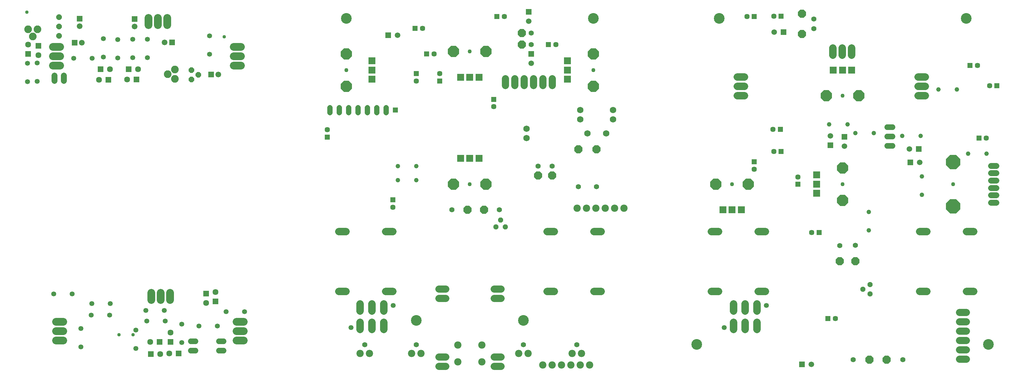
<source format=gbs>
%MOIN*%
%OFA0B0*%
%FSLAX34Y34*%
%IPPOS*%
%LPD*%
%AMOC8*
5,1,8,0,0,$1,22.5*%
%AMOC80*
5,1,8,0,0,$1,22.5*%
%AMOC81*
5,1,8,0,0,$1,22.5*%
%AMOC800*
5,1,8,0,0,$1,22.5*%
%ADD10C,0.053000000000000005*%
%ADD11C,0.063433070866141736*%
%ADD12R,0.063433070866141736X0.063433070866141736*%
%ADD13C,0.084999999999999992*%
%ADD14C,0.060000000000000005*%
%ADD15C,0.037779527559055122*%
%ADD26C,0.053000000000000005*%
%ADD27R,0.0611496062992126X0.0611496062992126*%
%ADD28C,0.0611496062992126*%
%ADD29C,0.082000000000000017*%
%ADD30P,0.064943385826771657X8X292.5*%
%ADD31C,0.063433070866141736*%
%ADD32R,0.063433070866141736X0.063433070866141736*%
%ADD33P,0.064943385826771657X8X112.5*%
%ADD34C,0.084999999999999992*%
%ADD35C,0.064*%
%ADD36C,0.037779527559055122*%
%ADD47R,0.057149606299212605X0.057149606299212605*%
%ADD48C,0.057149606299212605*%
%ADD49C,0.069*%
%ADD50C,0.049*%
%ADD51C,0.059433070866141739*%
%ADD52R,0.059433070866141739X0.059433070866141739*%
%ADD53C,0.078000000000000014*%
%ADD54R,0.078000000000000014X0.078000000000000014*%
%ADD55P,0.13217090551181102X8X22.5*%
%ADD56C,0.043370078740157476*%
%ADD57R,0.056000000000000008X0.056000000000000008*%
%ADD58C,0.056000000000000008*%
%ADD59P,0.13217090551181102X8X112.5*%
%ADD60P,0.13217090551181102X8X202.5*%
%ADD61P,0.13217090551181102X8X292.5*%
%ADD62C,0.080771653543307093*%
%ADD63P,0.096332716535433086X8X22.5*%
%ADD64C,0.05321259842519685*%
%ADD65C,0.078000000000000014*%
%ADD66C,0.11423622047244096*%
%ADD67P,0.060613858267716543X8X22.5*%
%ADD68C,0.055181102362204727*%
%ADD69P,0.096332716535433086X8X202.5*%
%ADD80C,0.049*%
%ADD81R,0.057149606299212605X0.057149606299212605*%
%ADD82C,0.057149606299212605*%
%ADD83C,0.059433070866141739*%
%ADD84R,0.059433070866141739X0.059433070866141739*%
%ADD85C,0.080771653543307093*%
%ADD86P,0.096332716535433086X8X112.5*%
%ADD87R,0.078000000000000014X0.078000000000000014*%
%ADD88P,0.13217090551181102X8X292.5*%
%ADD89C,0.043370078740157476*%
%ADD90P,0.096332716535433086X8X22.5*%
%ADD91P,0.096332716535433086X8X202.5*%
%ADD92C,0.063370078740157487*%
%ADD93P,0.16668807086614174X8X292.5*%
%ADD94C,0.078000000000000014*%
%ADD95C,0.05321259842519685*%
%ADD96C,0.11423622047244096*%
%ADD97P,0.060613858267716543X8X112.5*%
%ADD98C,0.055181102362204727*%
%ADD99P,0.13217090551181102X8X202.5*%
%ADD100C,0.081*%
%ADD101P,0.13217090551181102X8X112.5*%
%ADD102C,0.060000000000000005*%
%LPD*%
G75*
G01*
D10*
X-0005118Y0016141D02*
X0015596Y0025114D03*
X0017565Y0025114D03*
X0014431Y0024165D03*
X0014431Y0022195D03*
X0011707Y0027000D03*
X0009738Y0027000D03*
X0007651Y0028007D03*
X0005683Y0028007D03*
X0017455Y0026243D03*
X0015486Y0026243D03*
X0011636Y0025740D03*
X0009667Y0025740D03*
X0008577Y0024322D03*
X0008577Y0022354D03*
D11*
X0017045Y0021578D03*
D12*
X0016045Y0021578D03*
D11*
X0015978Y0022897D03*
D12*
X0016978Y0022897D03*
D11*
X0018144Y0023903D03*
D12*
X0018144Y0022902D03*
D11*
X0017994Y0021665D03*
D12*
X0018994Y0021665D03*
D11*
X0022939Y0028220D03*
D12*
X0022939Y0027219D03*
D11*
X0021931Y0027063D03*
D12*
X0021931Y0028062D03*
D13*
X0025177Y0025044D02*
X0025947Y0025044D01*
X0025947Y0024044D02*
X0025177Y0024044D01*
X0025177Y0023043D02*
X0025947Y0023043D01*
X0006655Y0025044D02*
X0005886Y0025044D01*
X0005886Y0024044D02*
X0006655Y0024044D01*
X0006655Y0023043D02*
X0005886Y0023043D01*
X0016082Y0027372D02*
X0016082Y0028142D01*
X0017082Y0028142D02*
X0017082Y0027372D01*
X0018082Y0027372D02*
X0018082Y0028142D01*
D10*
X0021183Y0024603D03*
X0023151Y0024603D03*
D14*
X0023295Y0021953D02*
X0023815Y0021953D01*
X0023815Y0022953D02*
X0023295Y0022953D01*
X0020815Y0022953D02*
X0020295Y0022953D01*
X0020295Y0021953D02*
X0020815Y0021953D01*
D10*
X0019334Y0024799D03*
X0019334Y0022830D03*
X0024063Y0026134D03*
X0026031Y0026134D03*
D15*
X0012641Y0023661D03*
X0014141Y0023661D03*
G75*
G01*
D26*
X0001968Y0050000D02*
X0022314Y0053644D03*
X0022314Y0055612D03*
D27*
X0018296Y0054922D03*
D28*
X0017509Y0054922D03*
D29*
X0018593Y0051018D03*
X0017843Y0051518D03*
X0018593Y0052018D03*
D30*
X0020358Y0050961D03*
X0021107Y0051462D03*
X0020358Y0051962D03*
D27*
X0022464Y0051481D03*
D28*
X0023252Y0051481D03*
D26*
X0015665Y0053282D03*
X0015665Y0055250D03*
X0012517Y0055231D03*
X0012517Y0053263D03*
D31*
X0010511Y0050922D03*
D32*
X0011511Y0050922D03*
D31*
X0011660Y0052047D03*
D32*
X0010660Y0052047D03*
D27*
X0014299Y0057417D03*
D28*
X0014299Y0056630D03*
D33*
X0006225Y0057629D03*
X0006225Y0056628D03*
X0006225Y0055628D03*
D29*
X0003947Y0056308D03*
X0003447Y0055559D03*
X0002948Y0056308D03*
D27*
X0007892Y0054886D03*
D28*
X0008680Y0054886D03*
D31*
X0004029Y0053561D03*
D32*
X0004029Y0054561D03*
D31*
X0002943Y0054700D03*
D32*
X0002943Y0053700D03*
D26*
X0002867Y0050735D03*
X0002867Y0052703D03*
D27*
X0008424Y0057446D03*
D28*
X0008424Y0056658D03*
D26*
X0010968Y0055326D03*
X0010968Y0053358D03*
X0009782Y0053228D03*
X0007813Y0053228D03*
X0014097Y0053301D03*
X0014097Y0055269D03*
D31*
X0013511Y0050968D03*
D32*
X0014511Y0050968D03*
D31*
X0014668Y0052046D03*
D32*
X0013667Y0052046D03*
D34*
X0024853Y0054446D02*
X0025623Y0054446D01*
X0025623Y0053446D02*
X0024853Y0053446D01*
X0024853Y0052446D02*
X0025623Y0052446D01*
X0006331Y0054446D02*
X0005561Y0054446D01*
X0005561Y0053446D02*
X0006331Y0053446D01*
X0006331Y0052446D02*
X0005561Y0052446D01*
X0015756Y0056773D02*
X0015756Y0057544D01*
X0016757Y0057544D02*
X0016757Y0056773D01*
X0017757Y0056773D02*
X0017757Y0057544D01*
D26*
X0003891Y0050747D03*
X0003891Y0052714D03*
D35*
X0005737Y0051373D02*
X0005737Y0050813D01*
X0006737Y0050813D02*
X0006737Y0051373D01*
D36*
X0002788Y0058140D03*
X0023861Y0055519D03*
G04 next file*
%LPD*%
G75*
G01*
D47*
X0032677Y0019685D02*
X0034877Y0044791D03*
D48*
X0034877Y0045578D03*
D47*
X0046877Y0050791D03*
D48*
X0046877Y0051578D03*
D47*
X0044377Y0051578D03*
D48*
X0044377Y0050791D03*
D49*
X0056127Y0044685D03*
X0056127Y0045685D03*
D47*
X0045484Y0053684D03*
D48*
X0046271Y0053684D03*
D50*
X0044362Y0040185D03*
X0042393Y0040185D03*
D47*
X0044234Y0056435D03*
D48*
X0045021Y0056435D03*
D51*
X0042377Y0055685D03*
D52*
X0041377Y0055685D03*
D53*
X0053877Y0051055D02*
X0053877Y0050315D01*
X0054876Y0050315D02*
X0054876Y0051055D01*
X0055876Y0051055D02*
X0055876Y0050315D01*
X0056877Y0050315D02*
X0056877Y0051055D01*
X0057877Y0051055D02*
X0057877Y0050315D01*
X0058877Y0050315D02*
X0058877Y0051055D01*
D54*
X0039645Y0052951D03*
X0039645Y0051968D03*
X0039645Y0050984D03*
D55*
X0036888Y0053700D03*
X0036888Y0050236D03*
D56*
X0036888Y0051968D03*
D57*
X0042127Y0047685D03*
D58*
X0041127Y0047945D02*
X0041127Y0047425D01*
X0040127Y0047425D02*
X0040127Y0047945D01*
X0039126Y0047945D02*
X0039126Y0047425D01*
X0038127Y0047425D02*
X0038127Y0047945D01*
X0037127Y0047945D02*
X0037127Y0047425D01*
X0036127Y0047425D02*
X0036127Y0047945D01*
X0035127Y0047945D02*
X0035127Y0047425D01*
D49*
X0062627Y0045185D03*
X0064627Y0045185D03*
D54*
X0049094Y0042519D03*
X0050077Y0042519D03*
X0051062Y0042519D03*
D59*
X0048346Y0039763D03*
X0051810Y0039763D03*
D56*
X0050077Y0039763D03*
D54*
X0060511Y0050984D03*
X0060511Y0051968D03*
X0060511Y0052951D03*
D60*
X0063267Y0050236D03*
X0063267Y0053700D03*
D56*
X0063267Y0051968D03*
D54*
X0051062Y0051181D03*
X0050077Y0051181D03*
X0049094Y0051181D03*
D61*
X0051810Y0053937D03*
X0048346Y0053937D03*
D56*
X0050077Y0053937D03*
D62*
X0036860Y0028301D02*
X0036092Y0028301D01*
X0036092Y0034690D02*
X0036860Y0034690D01*
X0041092Y0028301D02*
X0041860Y0028301D01*
X0041860Y0034690D02*
X0041092Y0034690D01*
X0063336Y0034690D02*
X0064104Y0034690D01*
X0064104Y0028301D02*
X0063336Y0028301D01*
X0059104Y0034690D02*
X0058335Y0034690D01*
X0058335Y0028301D02*
X0059104Y0028301D01*
D47*
X0058484Y0054685D03*
D48*
X0059271Y0054685D03*
D47*
X0052983Y0057685D03*
D48*
X0053771Y0057685D03*
D51*
X0056627Y0052684D03*
D52*
X0056627Y0053684D03*
D51*
X0056377Y0057185D03*
D52*
X0056377Y0058185D03*
D47*
X0041877Y0038077D03*
D48*
X0041877Y0037291D03*
D50*
X0044362Y0041685D03*
X0042393Y0041685D03*
D63*
X0057377Y0040685D03*
X0058877Y0040685D03*
X0055627Y0055935D03*
X0055627Y0054685D03*
D62*
X0038385Y0025000D02*
X0038385Y0024232D01*
X0039645Y0024232D02*
X0039645Y0025000D01*
X0040904Y0025000D02*
X0040904Y0024232D01*
X0040904Y0026181D02*
X0040904Y0026948D01*
X0039645Y0026948D02*
X0039645Y0026181D01*
X0038385Y0026181D02*
X0038385Y0026948D01*
D64*
X0037401Y0024409D03*
X0041889Y0026770D03*
D65*
X0051357Y0022543D03*
X0048798Y0022543D03*
X0051357Y0020762D03*
X0048798Y0020762D03*
X0039377Y0021652D03*
X0038377Y0021652D03*
X0044877Y0021652D03*
X0043877Y0021652D03*
X0056287Y0021652D03*
X0055287Y0021652D03*
X0061996Y0021652D03*
X0060996Y0021652D03*
D66*
X0036888Y0057480D03*
X0063267Y0057480D03*
D67*
X0053877Y0035184D03*
X0053377Y0035935D03*
X0052877Y0035184D03*
D49*
X0061877Y0047685D03*
X0061877Y0046685D03*
X0065377Y0047685D03*
X0065377Y0046685D03*
D66*
X0044370Y0025196D03*
X0055787Y0025196D03*
D47*
X0052627Y0048827D03*
D48*
X0052627Y0048041D03*
D68*
X0056627Y0054685D03*
X0056627Y0055935D03*
X0057377Y0041685D03*
X0058877Y0041685D03*
D69*
X0063589Y0043474D03*
D63*
X0061673Y0043474D03*
D68*
X0063589Y0039485D03*
X0061673Y0039485D03*
X0048177Y0037007D03*
X0053239Y0037007D03*
D63*
X0049823Y0037007D03*
X0051594Y0037007D03*
D53*
X0052661Y0027559D02*
X0053400Y0027559D01*
X0053400Y0028559D02*
X0052661Y0028559D01*
X0047495Y0027559D02*
X0046755Y0027559D01*
X0046755Y0028559D02*
X0047495Y0028559D01*
X0052661Y0020275D02*
X0053400Y0020275D01*
X0053400Y0021275D02*
X0052661Y0021275D01*
X0047495Y0020275D02*
X0046755Y0020275D01*
X0046755Y0021275D02*
X0047495Y0021275D01*
D65*
X0062864Y0020428D03*
X0061864Y0020428D03*
X0060864Y0020428D03*
X0059864Y0020428D03*
X0058864Y0020428D03*
X0057864Y0020428D03*
X0066545Y0037187D03*
X0065545Y0037187D03*
X0064545Y0037187D03*
X0063545Y0037187D03*
X0062545Y0037187D03*
X0061545Y0037187D03*
D68*
X0038877Y0022597D03*
X0044377Y0022597D03*
X0055787Y0022597D03*
X0061496Y0022597D03*
G04 next file*
G04 EAGLE Gerber RS-274X export*
G75*
G01*
D80*
X0072440Y0019685D02*
X0092666Y0034820D03*
X0092666Y0036789D03*
D81*
X0104431Y0044698D03*
D82*
X0105218Y0044698D03*
D81*
X0083225Y0045609D03*
D82*
X0082438Y0045609D03*
D80*
X0103263Y0043021D03*
X0105231Y0043021D03*
X0093211Y0045221D03*
X0091242Y0045221D03*
D81*
X0085109Y0039738D03*
D82*
X0085109Y0040526D03*
D81*
X0103471Y0052455D03*
D82*
X0104259Y0052455D03*
D81*
X0106341Y0050298D03*
D82*
X0105553Y0050298D03*
D80*
X0096248Y0044936D03*
X0098216Y0044936D03*
D81*
X0083310Y0043247D03*
D82*
X0082523Y0043247D03*
D80*
X0098340Y0040576D03*
X0098340Y0038607D03*
D81*
X0080449Y0042148D03*
D82*
X0080449Y0041360D03*
D81*
X0087358Y0034598D03*
D82*
X0086570Y0034598D03*
D81*
X0083308Y0057709D03*
D82*
X0082521Y0057709D03*
D81*
X0088311Y0025391D03*
D82*
X0089098Y0025391D03*
D81*
X0080444Y0057703D03*
D82*
X0079656Y0057703D03*
D83*
X0086533Y0020500D03*
D84*
X0085533Y0020500D03*
D83*
X0082556Y0056025D03*
D84*
X0083557Y0056025D03*
D85*
X0076624Y0028301D02*
X0075856Y0028301D01*
X0075856Y0034690D02*
X0076624Y0034690D01*
X0080856Y0028301D02*
X0081624Y0028301D01*
X0081624Y0034690D02*
X0080856Y0034690D01*
D86*
X0092750Y0020978D03*
X0094553Y0020978D03*
D85*
X0103100Y0034690D02*
X0103867Y0034690D01*
X0103867Y0028301D02*
X0103100Y0028301D01*
X0098867Y0034690D02*
X0098100Y0034690D01*
X0098100Y0028301D02*
X0098867Y0028301D01*
D87*
X0079055Y0037007D03*
X0078070Y0037007D03*
X0077086Y0037007D03*
D88*
X0079803Y0039763D03*
X0076338Y0039763D03*
D89*
X0078070Y0039763D03*
D90*
X0085523Y0055825D03*
D91*
X0085523Y0058003D03*
D92*
X0105687Y0040944D02*
X0106281Y0040944D01*
X0106281Y0041731D02*
X0105687Y0041731D01*
X0105687Y0037795D02*
X0106281Y0037795D01*
X0106281Y0040157D02*
X0105687Y0040157D01*
X0105687Y0039369D02*
X0106281Y0039369D01*
X0106281Y0038582D02*
X0105687Y0038582D01*
D93*
X0101653Y0042125D03*
X0101653Y0037401D03*
D89*
X0101653Y0039763D03*
D94*
X0102334Y0026049D02*
X0103074Y0026049D01*
X0103074Y0025049D02*
X0102334Y0025049D01*
X0102334Y0024049D02*
X0103074Y0024049D01*
X0103074Y0023049D02*
X0102334Y0023049D01*
X0102334Y0022049D02*
X0103074Y0022049D01*
X0103074Y0021049D02*
X0102334Y0021049D01*
D85*
X0078220Y0024232D02*
X0078220Y0025000D01*
X0079480Y0025000D02*
X0079480Y0024232D01*
X0080740Y0024232D02*
X0080740Y0025000D01*
X0080740Y0026181D02*
X0080740Y0026948D01*
X0079480Y0026948D02*
X0079480Y0026181D01*
X0078220Y0026181D02*
X0078220Y0026948D01*
D95*
X0077236Y0024409D03*
X0081724Y0026770D03*
D96*
X0076692Y0057480D03*
X0103070Y0057480D03*
D80*
X0100088Y0049871D03*
X0102057Y0049871D03*
D97*
X0092794Y0029031D03*
X0092044Y0028532D03*
X0092794Y0028032D03*
D96*
X0074291Y0022618D03*
X0105433Y0022618D03*
D98*
X0086792Y0057417D03*
X0086792Y0056391D03*
X0096317Y0020978D03*
X0090986Y0020978D03*
D83*
X0088573Y0044922D03*
D84*
X0088573Y0043922D03*
D83*
X0090056Y0043804D03*
D84*
X0090056Y0044804D03*
D83*
X0098086Y0042078D03*
D84*
X0097086Y0042078D03*
D83*
X0097003Y0043531D03*
D84*
X0098003Y0043531D03*
D80*
X0088440Y0046142D03*
X0090408Y0046142D03*
D87*
X0087106Y0040748D03*
X0087106Y0039763D03*
X0087106Y0038779D03*
D99*
X0089862Y0041496D03*
X0089862Y0038031D03*
D89*
X0089862Y0039763D03*
D90*
X0091251Y0031509D03*
X0089578Y0031509D03*
D98*
X0091251Y0033216D03*
X0089561Y0033203D03*
D100*
X0097937Y0051219D02*
X0098707Y0051219D01*
X0098707Y0050218D02*
X0097937Y0050218D01*
X0097937Y0049219D02*
X0098707Y0049219D01*
X0079416Y0051219D02*
X0078646Y0051219D01*
X0078646Y0050218D02*
X0079416Y0050218D01*
X0079416Y0049219D02*
X0078646Y0049219D01*
X0088842Y0053547D02*
X0088842Y0054317D01*
X0089842Y0054317D02*
X0089842Y0053547D01*
X0090841Y0053547D02*
X0090841Y0054317D01*
D87*
X0090846Y0051968D03*
X0089862Y0051968D03*
X0088877Y0051968D03*
D101*
X0091594Y0049212D03*
X0088129Y0049212D03*
D89*
X0089862Y0049212D03*
D102*
X0094637Y0043852D02*
X0095197Y0043852D01*
X0095197Y0044852D02*
X0094637Y0044852D01*
X0094637Y0045852D02*
X0095197Y0045852D01*
M02*
</source>
